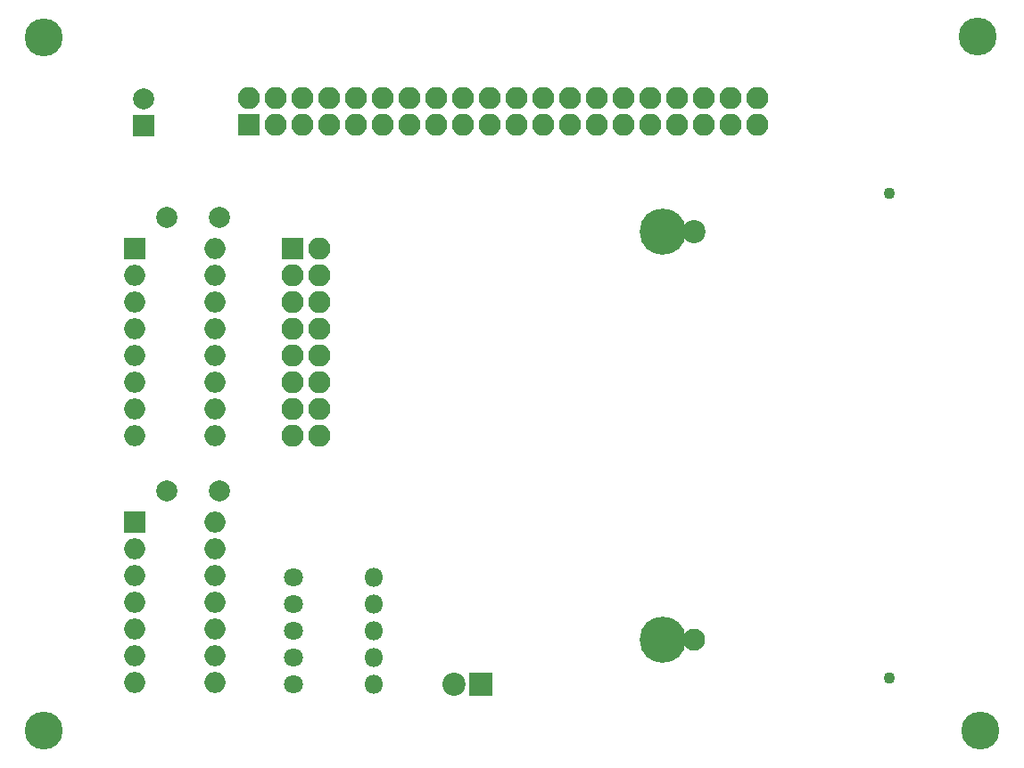
<source format=gbs>
G04 #@! TF.GenerationSoftware,KiCad,Pcbnew,(5.0.0-3-g5ebb6b6)*
G04 #@! TF.CreationDate,2019-01-10T21:14:54+09:00*
G04 #@! TF.ProjectId,SBC80-CF,53424338302D43462E6B696361645F70,rev?*
G04 #@! TF.SameCoordinates,Original*
G04 #@! TF.FileFunction,Soldermask,Bot*
G04 #@! TF.FilePolarity,Negative*
%FSLAX46Y46*%
G04 Gerber Fmt 4.6, Leading zero omitted, Abs format (unit mm)*
G04 Created by KiCad (PCBNEW (5.0.0-3-g5ebb6b6)) date *
%MOMM*%
%LPD*%
G01*
G04 APERTURE LIST*
%ADD10R,2.100000X2.100000*%
%ADD11O,2.100000X2.100000*%
%ADD12R,2.200000X2.200000*%
%ADD13C,2.200000*%
%ADD14C,3.600000*%
%ADD15C,2.000000*%
%ADD16R,2.000000X2.000000*%
%ADD17C,1.800000*%
%ADD18O,1.800000X1.800000*%
%ADD19O,2.000000X2.000000*%
%ADD20C,1.100000*%
%ADD21C,4.390000*%
%ADD22C,2.100000*%
G04 APERTURE END LIST*
D10*
G04 #@! TO.C,J2*
X128190000Y-68730000D03*
D11*
X130730000Y-68730000D03*
X128190000Y-71270000D03*
X130730000Y-71270000D03*
X128190000Y-73810000D03*
X130730000Y-73810000D03*
X128190000Y-76350000D03*
X130730000Y-76350000D03*
X128190000Y-78890000D03*
X130730000Y-78890000D03*
X128190000Y-81430000D03*
X130730000Y-81430000D03*
X128190000Y-83970000D03*
X130730000Y-83970000D03*
X128190000Y-86510000D03*
X130730000Y-86510000D03*
G04 #@! TD*
D12*
G04 #@! TO.C,D1*
X145990000Y-110110000D03*
D13*
X143450000Y-110110000D03*
G04 #@! TD*
D14*
G04 #@! TO.C,MH4*
X193460000Y-114520000D03*
G04 #@! TD*
G04 #@! TO.C,MH3*
X104500000Y-114520000D03*
G04 #@! TD*
G04 #@! TO.C,MH2*
X193190000Y-48580000D03*
G04 #@! TD*
G04 #@! TO.C,MH1*
X104510000Y-48610000D03*
G04 #@! TD*
D15*
G04 #@! TO.C,C1*
X121190000Y-65730000D03*
X116190000Y-65730000D03*
G04 #@! TD*
G04 #@! TO.C,C2*
X116190000Y-91730000D03*
X121190000Y-91730000D03*
G04 #@! TD*
D16*
G04 #@! TO.C,C3*
X114000000Y-57000000D03*
D15*
X114000000Y-54500000D03*
G04 #@! TD*
D17*
G04 #@! TO.C,R1*
X128210000Y-99950000D03*
D18*
X135830000Y-99950000D03*
G04 #@! TD*
G04 #@! TO.C,R2*
X135830000Y-102490000D03*
D17*
X128210000Y-102490000D03*
G04 #@! TD*
G04 #@! TO.C,R3*
X128210000Y-105030000D03*
D18*
X135830000Y-105030000D03*
G04 #@! TD*
G04 #@! TO.C,R4*
X135830000Y-107570000D03*
D17*
X128210000Y-107570000D03*
G04 #@! TD*
G04 #@! TO.C,R5*
X128210000Y-110110000D03*
D18*
X135830000Y-110110000D03*
G04 #@! TD*
D16*
G04 #@! TO.C,U1*
X113190000Y-68730000D03*
D19*
X120810000Y-86510000D03*
X113190000Y-71270000D03*
X120810000Y-83970000D03*
X113190000Y-73810000D03*
X120810000Y-81430000D03*
X113190000Y-76350000D03*
X120810000Y-78890000D03*
X113190000Y-78890000D03*
X120810000Y-76350000D03*
X113190000Y-81430000D03*
X120810000Y-73810000D03*
X113190000Y-83970000D03*
X120810000Y-71270000D03*
X113190000Y-86510000D03*
X120810000Y-68730000D03*
G04 #@! TD*
D16*
G04 #@! TO.C,U2*
X113190000Y-94730000D03*
D19*
X120810000Y-109970000D03*
X113190000Y-97270000D03*
X120810000Y-107430000D03*
X113190000Y-99810000D03*
X120810000Y-104890000D03*
X113190000Y-102350000D03*
X120810000Y-102350000D03*
X113190000Y-104890000D03*
X120810000Y-99810000D03*
X113190000Y-107430000D03*
X120810000Y-97270000D03*
X113190000Y-109970000D03*
X120810000Y-94730000D03*
G04 #@! TD*
D10*
G04 #@! TO.C,J1*
X124019000Y-56897000D03*
D11*
X124019000Y-54357000D03*
X126559000Y-56897000D03*
X126559000Y-54357000D03*
X129099000Y-56897000D03*
X129099000Y-54357000D03*
X131639000Y-56897000D03*
X131639000Y-54357000D03*
X134179000Y-56897000D03*
X134179000Y-54357000D03*
X136719000Y-56897000D03*
X136719000Y-54357000D03*
X139259000Y-56897000D03*
X139259000Y-54357000D03*
X141799000Y-56897000D03*
X141799000Y-54357000D03*
X144339000Y-56897000D03*
X144339000Y-54357000D03*
X146879000Y-56897000D03*
X146879000Y-54357000D03*
X149419000Y-56897000D03*
X149419000Y-54357000D03*
X151959000Y-56897000D03*
X151959000Y-54357000D03*
X154499000Y-56897000D03*
X154499000Y-54357000D03*
X157039000Y-56897000D03*
X157039000Y-54357000D03*
X159579000Y-56897000D03*
X159579000Y-54357000D03*
X162119000Y-56897000D03*
X162119000Y-54357000D03*
X164659000Y-56897000D03*
X164659000Y-54357000D03*
X167199000Y-56897000D03*
X167199000Y-54357000D03*
X169739000Y-56897000D03*
X169739000Y-54357000D03*
X172279000Y-56897000D03*
X172279000Y-54357000D03*
G04 #@! TD*
D20*
G04 #@! TO.C,J3*
X184762000Y-109488000D03*
X184762000Y-63488000D03*
D21*
X163262000Y-105858000D03*
X163262000Y-67118000D03*
D22*
X166262000Y-105858000D03*
D13*
X166262000Y-67118000D03*
G04 #@! TD*
M02*

</source>
